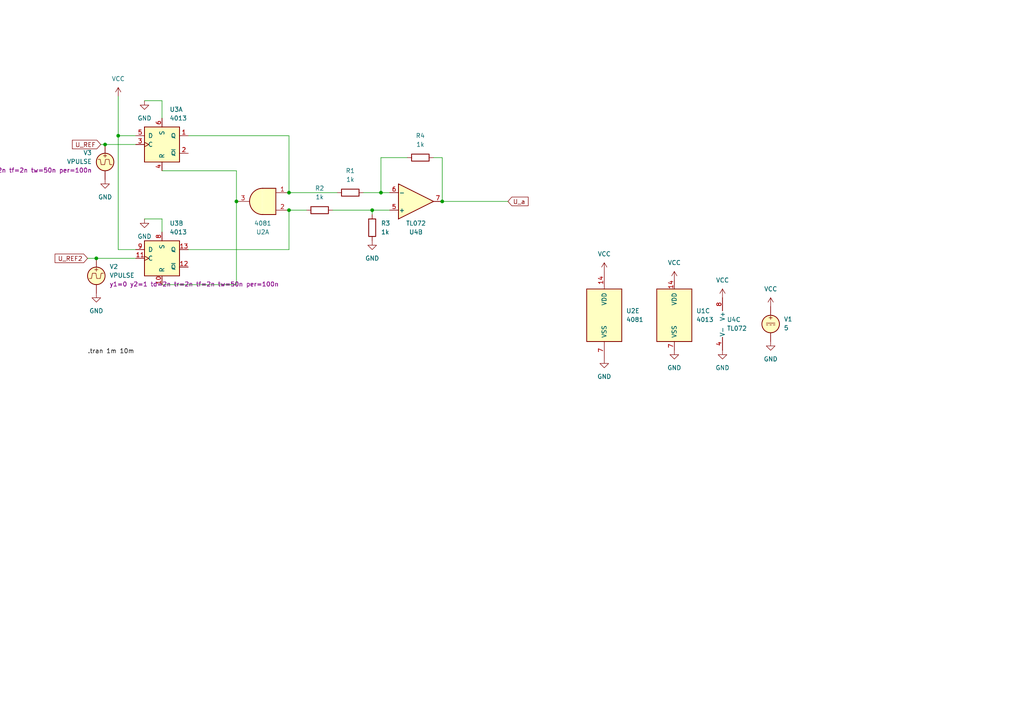
<source format=kicad_sch>
(kicad_sch (version 20230121) (generator eeschema)
  (paper "A4")
  (lib_symbols
    (symbol "4xxx:4013" (pin_names (offset 1.016))
      (property "Reference" "U" (at -7.62 8.89 0))
      (property "Value" "4013" (at -7.62 -8.89 0))
      (symbol "4013_1_1"
        (rectangle (start -5.08 5.08) (end 5.08 -5.08) (stroke (width 0.254)) (fill (type background)))
        (pin output line (at 7.62 2.54 180) (length 2.54) (name "Q") (number "1"))
        (pin output line (at 7.62 -2.54 180) (length 2.54) (name "~{Q}") (number "2"))
        (pin input clock (at -7.62 0 0) (length 2.54) (name "C") (number "3"))
        (pin input line (at 0 -7.62 90) (length 2.54) (name "R") (number "4"))
        (pin input line (at -7.62 2.54 0) (length 2.54) (name "D") (number "5"))
        (pin input line (at 0 7.62 270) (length 2.54) (name "S") (number "6"))
      )
      (symbol "4013_2_1"
        (rectangle (start -5.08 5.08) (end 5.08 -5.08) (stroke (width 0.254)) (fill (type background)))
        (pin input line (at 0 -7.62 90) (length 2.54) (name "R") (number "10"))
        (pin input clock (at -7.62 0 0) (length 2.54) (name "C") (number "11"))
        (pin output line (at 7.62 -2.54 180) (length 2.54) (name "~{Q}") (number "12"))
        (pin output line (at 7.62 2.54 180) (length 2.54) (name "Q") (number "13"))
        (pin input line (at 0 7.62 270) (length 2.54) (name "S") (number "8"))
        (pin input line (at -7.62 2.54 0) (length 2.54) (name "D") (number "9"))
      )
      (symbol "4013_3_0"
        (pin power_in line (at 0 10.16 270) (length 2.54) (name "VDD") (number "14"))
        (pin power_in line (at 0 -10.16 90) (length 2.54) (name "VSS") (number "7"))
      )
      (symbol "4013_3_1"
        (rectangle (start -5.08 7.62) (end 5.08 -7.62) (stroke (width 0.254)) (fill (type background)))
      )
    )
    (symbol "4xxx:4081" (pin_names (offset 1.016))
      (property "Reference" "U" (at 0 1.27 0))
      (property "Value" "4081" (at 0 -1.27 0))
      (symbol "4081_1_1"
        (arc (start 0 -3.81) (mid 3.7934 0) (end 0 3.81) (stroke (width 0.254)) (fill (type background)))
        (polyline (pts (xy 0 3.81) (xy -3.81 3.81) (xy -3.81 -3.81) (xy 0 -3.81)) (stroke (width 0.254)) (fill (type background)))
        (pin input line (at -7.62 2.54 0) (length 3.81) (name "~") (number "1"))
        (pin input line (at -7.62 -2.54 0) (length 3.81) (name "~") (number "2"))
        (pin output line (at 7.62 0 180) (length 3.81) (name "~") (number "3"))
      )
      (symbol "4081_1_2"
        (arc (start -3.81 -3.81) (mid -2.589 0) (end -3.81 3.81) (stroke (width 0.254)))
        (arc (start -0.6096 -3.81) (mid 2.1842 -2.5851) (end 3.81 0) (stroke (width 0.254)) (fill (type background)))
        (polyline (pts (xy -3.81 -3.81) (xy -0.635 -3.81)) (stroke (width 0.254)) (fill (type background)))
        (polyline (pts (xy -3.81 3.81) (xy -0.635 3.81)) (stroke (width 0.254)) (fill (type background)))
        (polyline (pts (xy -0.635 3.81) (xy -3.81 3.81) (xy -3.81 3.81) (xy -3.556 3.4036) (xy -3.0226 2.2606) (xy -2.6924 1.0414) (xy -2.6162 -0.254) (xy -2.7686 -1.4986) (xy -3.175 -2.7178) (xy -3.81 -3.81) (xy -3.81 -3.81) (xy -0.635 -3.81)) (stroke (width -25.4)) (fill (type background)))
        (arc (start 3.81 0) (mid 2.1915 2.5936) (end -0.6096 3.81) (stroke (width 0.254)) (fill (type background)))
        (pin input inverted (at -7.62 2.54 0) (length 4.318) (name "~") (number "1"))
        (pin input inverted (at -7.62 -2.54 0) (length 4.318) (name "~") (number "2"))
        (pin output inverted (at 7.62 0 180) (length 3.81) (name "~") (number "3"))
      )
      (symbol "4081_2_1"
        (arc (start 0 -3.81) (mid 3.7934 0) (end 0 3.81) (stroke (width 0.254)) (fill (type background)))
        (polyline (pts (xy 0 3.81) (xy -3.81 3.81) (xy -3.81 -3.81) (xy 0 -3.81)) (stroke (width 0.254)) (fill (type background)))
        (pin output line (at 7.62 0 180) (length 3.81) (name "~") (number "4"))
        (pin input line (at -7.62 2.54 0) (length 3.81) (name "~") (number "5"))
        (pin input line (at -7.62 -2.54 0) (length 3.81) (name "~") (number "6"))
      )
      (symbol "4081_2_2"
        (arc (start -3.81 -3.81) (mid -2.589 0) (end -3.81 3.81) (stroke (width 0.254)))
        (arc (start -0.6096 -3.81) (mid 2.1842 -2.5851) (end 3.81 0) (stroke (width 0.254)) (fill (type background)))
        (polyline (pts (xy -3.81 -3.81) (xy -0.635 -3.81)) (stroke (width 0.254)) (fill (type background)))
        (polyline (pts (xy -3.81 3.81) (xy -0.635 3.81)) (stroke (width 0.254)) (fill (type background)))
        (polyline (pts (xy -0.635 3.81) (xy -3.81 3.81) (xy -3.81 3.81) (xy -3.556 3.4036) (xy -3.0226 2.2606) (xy -2.6924 1.0414) (xy -2.6162 -0.254) (xy -2.7686 -1.4986) (xy -3.175 -2.7178) (xy -3.81 -3.81) (xy -3.81 -3.81) (xy -0.635 -3.81)) (stroke (width -25.4)) (fill (type background)))
        (arc (start 3.81 0) (mid 2.1915 2.5936) (end -0.6096 3.81) (stroke (width 0.254)) (fill (type background)))
        (pin output inverted (at 7.62 0 180) (length 3.81) (name "~") (number "4"))
        (pin input inverted (at -7.62 2.54 0) (length 4.318) (name "~") (number "5"))
        (pin input inverted (at -7.62 -2.54 0) (length 4.318) (name "~") (number "6"))
      )
      (symbol "4081_3_1"
        (arc (start 0 -3.81) (mid 3.7934 0) (end 0 3.81) (stroke (width 0.254)) (fill (type background)))
        (polyline (pts (xy 0 3.81) (xy -3.81 3.81) (xy -3.81 -3.81) (xy 0 -3.81)) (stroke (width 0.254)) (fill (type background)))
        (pin output line (at 7.62 0 180) (length 3.81) (name "~") (number "10"))
        (pin input line (at -7.62 2.54 0) (length 3.81) (name "~") (number "8"))
        (pin input line (at -7.62 -2.54 0) (length 3.81) (name "~") (number "9"))
      )
      (symbol "4081_3_2"
        (arc (start -3.81 -3.81) (mid -2.589 0) (end -3.81 3.81) (stroke (width 0.254)))
        (arc (start -0.6096 -3.81) (mid 2.1842 -2.5851) (end 3.81 0) (stroke (width 0.254)) (fill (type background)))
        (polyline (pts (xy -3.81 -3.81) (xy -0.635 -3.81)) (stroke (width 0.254)) (fill (type background)))
        (polyline (pts (xy -3.81 3.81) (xy -0.635 3.81)) (stroke (width 0.254)) (fill (type background)))
        (polyline (pts (xy -0.635 3.81) (xy -3.81 3.81) (xy -3.81 3.81) (xy -3.556 3.4036) (xy -3.0226 2.2606) (xy -2.6924 1.0414) (xy -2.6162 -0.254) (xy -2.7686 -1.4986) (xy -3.175 -2.7178) (xy -3.81 -3.81) (xy -3.81 -3.81) (xy -0.635 -3.81)) (stroke (width -25.4)) (fill (type background)))
        (arc (start 3.81 0) (mid 2.1915 2.5936) (end -0.6096 3.81) (stroke (width 0.254)) (fill (type background)))
        (pin output inverted (at 7.62 0 180) (length 3.81) (name "~") (number "10"))
        (pin input inverted (at -7.62 2.54 0) (length 4.318) (name "~") (number "8"))
        (pin input inverted (at -7.62 -2.54 0) (length 4.318) (name "~") (number "9"))
      )
      (symbol "4081_4_1"
        (arc (start 0 -3.81) (mid 3.7934 0) (end 0 3.81) (stroke (width 0.254)) (fill (type background)))
        (polyline (pts (xy 0 3.81) (xy -3.81 3.81) (xy -3.81 -3.81) (xy 0 -3.81)) (stroke (width 0.254)) (fill (type background)))
        (pin output line (at 7.62 0 180) (length 3.81) (name "~") (number "11"))
        (pin input line (at -7.62 2.54 0) (length 3.81) (name "~") (number "12"))
        (pin input line (at -7.62 -2.54 0) (length 3.81) (name "~") (number "13"))
      )
      (symbol "4081_4_2"
        (arc (start -3.81 -3.81) (mid -2.589 0) (end -3.81 3.81) (stroke (width 0.254)))
        (arc (start -0.6096 -3.81) (mid 2.1842 -2.5851) (end 3.81 0) (stroke (width 0.254)) (fill (type background)))
        (polyline (pts (xy -3.81 -3.81) (xy -0.635 -3.81)) (stroke (width 0.254)) (fill (type background)))
        (polyline (pts (xy -3.81 3.81) (xy -0.635 3.81)) (stroke (width 0.254)) (fill (type background)))
        (polyline (pts (xy -0.635 3.81) (xy -3.81 3.81) (xy -3.81 3.81) (xy -3.556 3.4036) (xy -3.0226 2.2606) (xy -2.6924 1.0414) (xy -2.6162 -0.254) (xy -2.7686 -1.4986) (xy -3.175 -2.7178) (xy -3.81 -3.81) (xy -3.81 -3.81) (xy -0.635 -3.81)) (stroke (width -25.4)) (fill (type background)))
        (arc (start 3.81 0) (mid 2.1915 2.5936) (end -0.6096 3.81) (stroke (width 0.254)) (fill (type background)))
        (pin output inverted (at 7.62 0 180) (length 3.81) (name "~") (number "11"))
        (pin input inverted (at -7.62 2.54 0) (length 4.318) (name "~") (number "12"))
        (pin input inverted (at -7.62 -2.54 0) (length 4.318) (name "~") (number "13"))
      )
      (symbol "4081_5_0"
        (pin power_in line (at 0 12.7 270) (length 5.08) (name "VDD") (number "14"))
        (pin power_in line (at 0 -12.7 90) (length 5.08) (name "VSS") (number "7"))
      )
      (symbol "4081_5_1"
        (rectangle (start -5.08 7.62) (end 5.08 -7.62) (stroke (width 0.254)) (fill (type background)))
      )
    )
    (symbol "Amplifier_Operational:TL072" (pin_names (offset 0.127))
      (property "Reference" "U" (at 0 5.08 0))
      (property "Value" "TL072" (at 0 -5.08 0))
      (symbol "TL072_1_1"
        (polyline (pts (xy -5.08 5.08) (xy 5.08 0) (xy -5.08 -5.08) (xy -5.08 5.08)) (stroke (width 0.254)) (fill (type background)))
        (pin output line (at 7.62 0 180) (length 2.54) (name "~") (number "1"))
        (pin input line (at -7.62 -2.54 0) (length 2.54) (name "-") (number "2"))
        (pin input line (at -7.62 2.54 0) (length 2.54) (name "+") (number "3"))
      )
      (symbol "TL072_2_1"
        (polyline (pts (xy -5.08 5.08) (xy 5.08 0) (xy -5.08 -5.08) (xy -5.08 5.08)) (stroke (width 0.254)) (fill (type background)))
        (pin input line (at -7.62 2.54 0) (length 2.54) (name "+") (number "5"))
        (pin input line (at -7.62 -2.54 0) (length 2.54) (name "-") (number "6"))
        (pin output line (at 7.62 0 180) (length 2.54) (name "~") (number "7"))
      )
      (symbol "TL072_3_1"
        (pin power_in line (at -2.54 -7.62 90) (length 3.81) (name "V-") (number "4"))
        (pin power_in line (at -2.54 7.62 270) (length 3.81) (name "V+") (number "8"))
      )
    )
    (symbol "Device:R" (pin_numbers hide) (pin_names (offset 0))
      (property "Reference" "R" (at 2.032 0 90))
      (property "Value" "R" (at 0 0 90))
      (symbol "R_0_1"
        (rectangle (start -1.016 -2.54) (end 1.016 2.54) (stroke (width 0.254)))
      )
      (symbol "R_1_1"
        (pin passive line (at 0 3.81 270) (length 1.27) (name "~") (number "1"))
        (pin passive line (at 0 -3.81 90) (length 1.27) (name "~") (number "2"))
      )
    )
    (symbol "Simulation_SPICE:VDC" (pin_numbers hide) (pin_names (offset 0.0254))
      (property "Reference" "V" (at 2.54 2.54 0))
      (property "Value" "1" (at 2.54 0 0))
      (symbol "VDC_0_0"
        (polyline (pts (xy -1.27 0.254) (xy 1.27 0.254)))
        (polyline (pts (xy -0.762 -0.254) (xy -1.27 -0.254)))
        (polyline (pts (xy 0.254 -0.254) (xy -0.254 -0.254)))
        (polyline (pts (xy 1.27 -0.254) (xy 0.762 -0.254)))
        (text "+" (at 0 1.905 0) (effects (font (size 1.27 1.27))))
      )
      (symbol "VDC_0_1"
        (circle (center 0 0) (radius 2.54) (stroke (width 0.254)) (fill (type background)))
      )
      (symbol "VDC_1_1"
        (pin passive line (at 0 5.08 270) (length 2.54) (name "~") (number "1"))
        (pin passive line (at 0 -5.08 90) (length 2.54) (name "~") (number "2"))
      )
    )
    (symbol "Simulation_SPICE:VPULSE" (pin_numbers hide) (pin_names (offset 0.0254))
      (property "Reference" "V" (at 2.54 2.54 0))
      (property "Value" "VPULSE" (at 2.54 0 0))
      (property "Sim.Params" "y1=0 y2=1 td=2n tr=2n tf=2n tw=50n per=100n" (at 2.54 -2.54 0))
      (symbol "VPULSE_0_0"
        (polyline (pts (xy -2.032 -0.762) (xy -1.397 -0.762) (xy -1.143 0.762) (xy -0.127 0.762) (xy 0.127 -0.762) (xy 1.143 -0.762) (xy 1.397 0.762) (xy 2.032 0.762)))
        (text "+" (at 0 1.905 0) (effects (font (size 1.27 1.27))))
      )
      (symbol "VPULSE_0_1"
        (circle (center 0 0) (radius 2.54) (stroke (width 0.254)) (fill (type background)))
      )
      (symbol "VPULSE_1_1"
        (pin passive line (at 0 5.08 270) (length 2.54) (name "~") (number "1"))
        (pin passive line (at 0 -5.08 90) (length 2.54) (name "~") (number "2"))
      )
    )
    (symbol "power:GND" (power) (pin_names (offset 0))
      (property "Value" "GND" (at 0 -3.81 0))
      (symbol "GND_0_1"
        (polyline (pts (xy 0 0) (xy 0 -1.27) (xy 1.27 -1.27) (xy 0 -2.54) (xy -1.27 -1.27) (xy 0 -1.27)))
      )
      (symbol "GND_1_1"
        (pin power_in line (at 0 0 270) (length 0) hide (name "GND") (number "1"))
      )
    )
    (symbol "power:VCC" (power) (pin_names (offset 0))
      (property "Value" "VCC" (at 0 3.81 0))
      (symbol "VCC_0_1"
        (polyline (pts (xy -0.762 1.27) (xy 0 2.54)))
        (polyline (pts (xy 0 0) (xy 0 2.54)))
        (polyline (pts (xy 0 2.54) (xy 0.762 1.27)))
      )
      (symbol "VCC_1_1"
        (pin power_in line (at 0 0 90) (length 0) hide (name "VCC") (number "1"))
      )
    )
  )
  (junction (at 27.94 74.93))
  (junction (at 128.27 58.42))
  (junction (at 83.82 60.96))
  (junction (at 30.48 41.91))
  (junction (at 110.49 55.88))
  (junction (at 107.95 60.96))
  (junction (at 83.82 55.88))
  (junction (at 68.58 58.42))
  (junction (at 34.29 39.37))
  (wire (pts (xy 110.49 55.88) (xy 113.03 55.88)))
  (wire (pts (xy 96.52 60.96) (xy 107.95 60.96)))
  (wire (pts (xy 29.21 41.91) (xy 30.48 41.91)))
  (wire (pts (xy 30.48 41.91) (xy 39.37 41.91)))
  (wire (pts (xy 46.99 49.53) (xy 68.58 49.53)))
  (wire (pts (xy 39.37 72.39) (xy 34.29 72.39)))
  (wire (pts (xy 54.61 72.39) (xy 83.82 72.39)))
  (wire (pts (xy 46.99 67.31) (xy 46.99 63.5)))
  (wire (pts (xy 128.27 58.42) (xy 128.27 45.72)))
  (wire (pts (xy 46.99 29.21) (xy 41.91 29.21)))
  (wire (pts (xy 107.95 60.96) (xy 107.95 62.23)))
  (wire (pts (xy 34.29 72.39) (xy 34.29 39.37)))
  (wire (pts (xy 68.58 58.42) (xy 68.58 82.55)))
  (wire (pts (xy 118.11 45.72) (xy 110.49 45.72)))
  (wire (pts (xy 34.29 39.37) (xy 34.29 27.94)))
  (wire (pts (xy 46.99 34.29) (xy 46.99 29.21)))
  (wire (pts (xy 54.61 39.37) (xy 83.82 39.37)))
  (wire (pts (xy 83.82 39.37) (xy 83.82 55.88)))
  (wire (pts (xy 83.82 55.88) (xy 97.79 55.88)))
  (wire (pts (xy 105.41 55.88) (xy 110.49 55.88)))
  (wire (pts (xy 46.99 63.5) (xy 41.91 63.5)))
  (wire (pts (xy 83.82 72.39) (xy 83.82 60.96)))
  (wire (pts (xy 83.82 60.96) (xy 88.9 60.96)))
  (wire (pts (xy 27.94 74.93) (xy 39.37 74.93)))
  (wire (pts (xy 110.49 45.72) (xy 110.49 55.88)))
  (wire (pts (xy 68.58 49.53) (xy 68.58 58.42)))
  (wire (pts (xy 39.37 39.37) (xy 34.29 39.37)))
  (wire (pts (xy 107.95 60.96) (xy 113.03 60.96)))
  (wire (pts (xy 68.58 82.55) (xy 46.99 82.55)))
  (wire (pts (xy 25.4 74.93) (xy 27.94 74.93)))
  (wire (pts (xy 128.27 45.72) (xy 125.73 45.72)))
  (wire (pts (xy 128.27 58.42) (xy 147.32 58.42)))
  (label ".tran 1m 10m" (at 25.4 102.87 0))
  (global_label "U_REF" (shape input) (at 29.21 41.91 180) (property "Intersheetrefs" "${INTERSHEET_REFS}" (effects hide)))
  (global_label "U_REF2" (shape input) (at 25.4 74.93 180) (property "Intersheetrefs" "${INTERSHEET_REFS}" (effects hide)))
  (global_label "U_a" (shape input) (at 147.32 58.42 0) (property "Intersheetrefs" "${INTERSHEET_REFS}" (effects hide)))
  (symbol (lib_id "4xxx:4013") (at 46.99 41.91 0) (unit 1)
    (property "Reference" "U3" (at 49.1841 31.75 0) (effects (justify left)))
    (property "Value" "4013" (at 49.1841 34.29 0) (effects (justify left)))
    (property "Datasheet" "http://www.onsemi.com/pub/Collateral/MC14013B-D.PDF" (effects hide))
    (property "Sim.Library" "4013.dual.lib" (effects hide))
    (property "Sim.Name" "4013B" (effects hide))
    (property "Sim.Device" "SUBCKT" (effects hide))
    (property "Sim.Pins" "1=Q1 2=Q1N 3=CLOCK1 4=RESET1 5=D1 6=SET1 7=VSS 8=SET2 9=D2 10=RESET2 11=CLOCK2 12=Q2N 13=Q2 14=VDD" (effects hide))
  )
  (symbol (lib_id "4xxx:4081") (at 76.2 58.42 0) (mirror y) (unit 1)
    (property "Reference" "U2" (at 76.2083 67.31 0))
    (property "Value" "4081" (at 76.2083 64.77 0))
    (property "Datasheet" "http://www.intersil.com/content/dam/Intersil/documents/cd40/cd4073bms-81bms-82bms.pdf" (effects hide))
    (property "Sim.Library" "4081.dual.lib" (effects hide))
    (property "Sim.Name" "4081B" (effects hide))
    (property "Sim.Device" "SUBCKT" (effects hide))
    (property "Sim.Pins" "1=A1 2=B1 3=Y1 4=Y2 5=A2 6=B2 7=VSS 8=A3 9=B3 10=Y3 11=Y4 12=A4 13=B4 14=VDD" (effects hide))
  )
  (symbol (lib_id "Amplifier_Operational:TL072") (at 331.47 113.03 0) (unit 1)
    (property "Reference" "U4" (at 331.47 104.14 0))
    (property "Value" "TL072" (at 331.47 106.68 0))
    (property "Datasheet" "http://www.ti.com/lit/ds/symlink/tl071.pdf" (effects hide))
    (property "Sim.Library" "TL072-dual.lib" (effects hide))
    (property "Sim.Name" "TL072c" (effects hide))
    (property "Sim.Device" "SUBCKT" (effects hide))
    (property "Sim.Pins" "1=1out 2=1in- 3=1in+ 4=vcc- 5=2in+ 6=2in- 7=2out 8=vcc+" (effects hide))
  )
  (symbol (lib_id "Simulation_SPICE:VPULSE") (at 27.94 80.01 0) (unit 1)
    (property "Reference" "V2" (at 31.75 77.3402 0) (effects (justify left)))
    (property "Value" "VPULSE" (at 31.75 79.8802 0) (effects (justify left)))
    (property "Sim.Pins" "1=+ 2=-" (effects hide))
    (property "Sim.Type" "PULSE" (effects hide))
    (property "Sim.Device" "V" (effects hide))
    (property "Sim.Params" "y1=0 y2=1 td=2n tr=2n tf=2n tw=50n per=100n" (at 31.75 82.4202 0) (effects (justify left)))
  )
  (symbol (lib_id "Simulation_SPICE:VPULSE") (at 30.48 46.99 0) (mirror y) (unit 1)
    (property "Reference" "V3" (at 26.67 44.3202 0) (effects (justify left)))
    (property "Value" "VPULSE" (at 26.67 46.8602 0) (effects (justify left)))
    (property "Sim.Pins" "1=+ 2=-" (effects hide))
    (property "Sim.Type" "PULSE" (effects hide))
    (property "Sim.Device" "V" (effects hide))
    (property "Sim.Params" "y1=0 y2=1 td=2n tr=2n tf=2n tw=50n per=100n" (at 26.67 49.4002 0) (effects (justify left)))
  )
  (symbol (lib_id "power:VCC") (at 195.58 81.28 0) (unit 1)
    (property "Reference" "#PWR04" (effects hide))
    (property "Value" "VCC" (at 195.58 76.2 0))
  )
  (symbol (lib_id "4xxx:4013") (at 195.58 91.44 0) (unit 3)
    (property "Reference" "U1" (at 201.93 90.17 0) (effects (justify left)))
    (property "Value" "4013" (at 201.93 92.71 0) (effects (justify left)))
    (property "Datasheet" "http://www.onsemi.com/pub/Collateral/MC14013B-D.PDF" (effects hide))
    (property "Sim.Library" "4013.dual.lib" (effects hide))
    (property "Sim.Name" "4013B" (effects hide))
    (property "Sim.Device" "SUBCKT" (effects hide))
    (property "Sim.Pins" "1=Q1 2=Q1N 3=CLOCK1 4=RESET1 5=D1 6=SET1 7=VSS 8=SET2 9=D2 10=RESET2 11=CLOCK2 12=Q2N 13=Q2 14=VDD" (effects hide))
  )
  (symbol (lib_id "Device:R") (at 101.6 55.88 90) (unit 1)
    (property "Reference" "R1" (at 101.6 49.53 90))
    (property "Value" "1k" (at 101.6 52.07 90))
  )
  (symbol (lib_id "power:GND") (at 107.95 69.85 0) (unit 1)
    (property "Reference" "#PWR08" (effects hide))
    (property "Value" "GND" (at 107.95 74.93 0))
  )
  (symbol (lib_id "Amplifier_Operational:TL072") (at 212.09 93.98 0) (unit 3)
    (property "Reference" "U4" (at 210.82 92.71 0) (effects (justify left)))
    (property "Value" "TL072" (at 210.82 95.25 0) (effects (justify left)))
    (property "Datasheet" "http://www.ti.com/lit/ds/symlink/tl071.pdf" (effects hide))
    (property "Sim.Library" "TL072-dual.lib" (effects hide))
    (property "Sim.Name" "TL072c" (effects hide))
    (property "Sim.Device" "SUBCKT" (effects hide))
    (property "Sim.Pins" "1=1out 2=1in- 3=1in+ 4=vcc- 5=2in+ 6=2in- 7=2out 8=vcc+" (effects hide))
  )
  (symbol (lib_id "power:GND") (at 30.48 52.07 0) (unit 1)
    (property "Reference" "#PWR013" (effects hide))
    (property "Value" "GND" (at 30.48 57.15 0))
  )
  (symbol (lib_id "power:VCC") (at 209.55 86.36 0) (unit 1)
    (property "Reference" "#PWR09" (effects hide))
    (property "Value" "VCC" (at 209.55 81.28 0))
  )
  (symbol (lib_id "4xxx:4081") (at 339.09 91.44 0) (unit 3)
    (property "Reference" "U2" (at 339.0817 82.55 0))
    (property "Value" "4081" (at 339.0817 85.09 0))
    (property "Datasheet" "http://www.intersil.com/content/dam/Intersil/documents/cd40/cd4073bms-81bms-82bms.pdf" (effects hide))
    (property "Sim.Library" "4081.dual.lib" (effects hide))
    (property "Sim.Name" "4081B" (effects hide))
    (property "Sim.Device" "SUBCKT" (effects hide))
    (property "Sim.Pins" "1=A1 2=B1 3=Y1 4=Y2 5=A2 6=B2 7=VSS 8=A3 9=B3 10=Y3 11=Y4 12=A4 13=B4 14=VDD" (effects hide))
  )
  (symbol (lib_id "power:GND") (at 41.91 29.21 0) (unit 1)
    (property "Reference" "#PWR01" (effects hide))
    (property "Value" "GND" (at 41.91 34.29 0))
  )
  (symbol (lib_id "power:GND") (at 195.58 101.6 0) (unit 1)
    (property "Reference" "#PWR06" (effects hide))
    (property "Value" "GND" (at 195.58 106.68 0))
  )
  (symbol (lib_id "power:GND") (at 209.55 101.6 0) (unit 1)
    (property "Reference" "#PWR010" (effects hide))
    (property "Value" "GND" (at 209.55 106.68 0))
  )
  (symbol (lib_id "power:GND") (at 41.91 63.5 0) (unit 1)
    (property "Reference" "#PWR07" (effects hide))
    (property "Value" "GND" (at 41.91 68.58 0))
  )
  (symbol (lib_id "power:GND") (at 175.26 104.14 0) (unit 1)
    (property "Reference" "#PWR05" (effects hide))
    (property "Value" "GND" (at 175.26 109.22 0))
  )
  (symbol (lib_id "Device:R") (at 121.92 45.72 90) (unit 1)
    (property "Reference" "R4" (at 121.92 39.37 90))
    (property "Value" "1k" (at 121.92 41.91 90))
  )
  (symbol (lib_id "power:VCC") (at 34.29 27.94 0) (unit 1)
    (property "Reference" "#PWR02" (effects hide))
    (property "Value" "VCC" (at 34.29 22.86 0))
  )
  (symbol (lib_id "4xxx:4081") (at 175.26 91.44 0) (unit 5)
    (property "Reference" "U2" (at 181.61 90.17 0) (effects (justify left)))
    (property "Value" "4081" (at 181.61 92.71 0) (effects (justify left)))
    (property "Datasheet" "http://www.intersil.com/content/dam/Intersil/documents/cd40/cd4073bms-81bms-82bms.pdf" (effects hide))
    (property "Sim.Library" "4081.dual.lib" (effects hide))
    (property "Sim.Name" "4081B" (effects hide))
    (property "Sim.Device" "SUBCKT" (effects hide))
    (property "Sim.Pins" "1=A1 2=B1 3=Y1 4=Y2 5=A2 6=B2 7=VSS 8=A3 9=B3 10=Y3 11=Y4 12=A4 13=B4 14=VDD" (effects hide))
  )
  (symbol (lib_id "power:VCC") (at 223.52 88.9 0) (unit 1)
    (property "Reference" "#PWR011" (effects hide))
    (property "Value" "VCC" (at 223.52 83.82 0))
  )
  (symbol (lib_id "4xxx:4081") (at 331.47 81.28 0) (unit 2)
    (property "Reference" "U2" (at 331.4617 72.39 0))
    (property "Value" "4081" (at 331.4617 74.93 0))
    (property "Datasheet" "http://www.intersil.com/content/dam/Intersil/documents/cd40/cd4073bms-81bms-82bms.pdf" (effects hide))
    (property "Sim.Library" "4081.dual.lib" (effects hide))
    (property "Sim.Name" "4081B" (effects hide))
    (property "Sim.Device" "SUBCKT" (effects hide))
    (property "Sim.Pins" "1=A1 2=B1 3=Y1 4=Y2 5=A2 6=B2 7=VSS 8=A3 9=B3 10=Y3 11=Y4 12=A4 13=B4 14=VDD" (effects hide))
  )
  (symbol (lib_id "power:GND") (at 27.94 85.09 0) (unit 1)
    (property "Reference" "#PWR014" (effects hide))
    (property "Value" "GND" (at 27.94 90.17 0))
  )
  (symbol (lib_id "Amplifier_Operational:TL072") (at 120.65 58.42 0) (mirror x) (unit 2)
    (property "Reference" "U4" (at 120.65 67.31 0))
    (property "Value" "TL072" (at 120.65 64.77 0))
    (property "Datasheet" "http://www.ti.com/lit/ds/symlink/tl071.pdf" (effects hide))
    (property "Sim.Library" "TL072-dual.lib" (effects hide))
    (property "Sim.Name" "TL072c" (effects hide))
    (property "Sim.Device" "SUBCKT" (effects hide))
    (property "Sim.Pins" "1=1out 2=1in- 3=1in+ 4=vcc- 5=2in+ 6=2in- 7=2out 8=vcc+" (effects hide))
  )
  (symbol (lib_id "power:GND") (at 223.52 99.06 0) (unit 1)
    (property "Reference" "#PWR012" (effects hide))
    (property "Value" "GND" (at 223.52 104.14 0))
  )
  (symbol (lib_id "power:VCC") (at 175.26 78.74 0) (unit 1)
    (property "Reference" "#PWR03" (effects hide))
    (property "Value" "VCC" (at 175.26 73.66 0))
  )
  (symbol (lib_id "Device:R") (at 92.71 60.96 90) (unit 1)
    (property "Reference" "R2" (at 92.71 54.61 90))
    (property "Value" "1k" (at 92.71 57.15 90))
  )
  (symbol (lib_id "Device:R") (at 107.95 66.04 180) (unit 1)
    (property "Reference" "R3" (at 110.49 64.77 0) (effects (justify right)))
    (property "Value" "1k" (at 110.49 67.31 0) (effects (justify right)))
  )
  (symbol (lib_id "4xxx:4081") (at 356.87 99.06 0) (unit 4)
    (property "Reference" "U2" (at 356.8617 90.17 0))
    (property "Value" "4081" (at 356.8617 92.71 0))
    (property "Datasheet" "http://www.intersil.com/content/dam/Intersil/documents/cd40/cd4073bms-81bms-82bms.pdf" (effects hide))
    (property "Sim.Library" "4081.dual.lib" (effects hide))
    (property "Sim.Name" "4081B" (effects hide))
    (property "Sim.Device" "SUBCKT" (effects hide))
    (property "Sim.Pins" "1=A1 2=B1 3=Y1 4=Y2 5=A2 6=B2 7=VSS 8=A3 9=B3 10=Y3 11=Y4 12=A4 13=B4 14=VDD" (effects hide))
  )
  (symbol (lib_id "Simulation_SPICE:VDC") (at 223.52 93.98 0) (unit 1)
    (property "Reference" "V1" (at 227.33 92.5802 0) (effects (justify left)))
    (property "Value" "5" (at 227.33 95.1202 0) (effects (justify left)))
    (property "Sim.Pins" "1=+ 2=-" (effects hide))
    (property "Sim.Type" "DC" (effects hide))
    (property "Sim.Device" "V" (effects hide))
  )
  (symbol (lib_id "4xxx:4013") (at 46.99 74.93 0) (unit 2)
    (property "Reference" "U3" (at 49.1841 64.77 0) (effects (justify left)))
    (property "Value" "4013" (at 49.1841 67.31 0) (effects (justify left)))
    (property "Datasheet" "http://www.onsemi.com/pub/Collateral/MC14013B-D.PDF" (effects hide))
    (property "Sim.Library" "4013.dual.lib" (effects hide))
    (property "Sim.Name" "4013B" (effects hide))
    (property "Sim.Device" "SUBCKT" (effects hide))
    (property "Sim.Pins" "1=Q1 2=Q1N 3=CLOCK1 4=RESET1 5=D1 6=SET1 7=VSS 8=SET2 9=D2 10=RESET2 11=CLOCK2 12=Q2N 13=Q2 14=VDD" (effects hide))
  )
)
</source>
